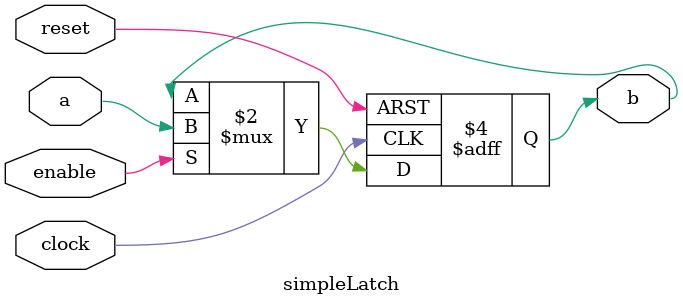
<source format=v>
module simpleLatch (
    input wire clock,
    input wire reset,
    input wire enable,
    input wire a,
    output reg b
);
    always @(posedge clock or posedge reset) begin
        if (reset) begin
            b <= 0;
        end else if (enable) begin 
            b <= a;
        end
    end

endmodule
</source>
